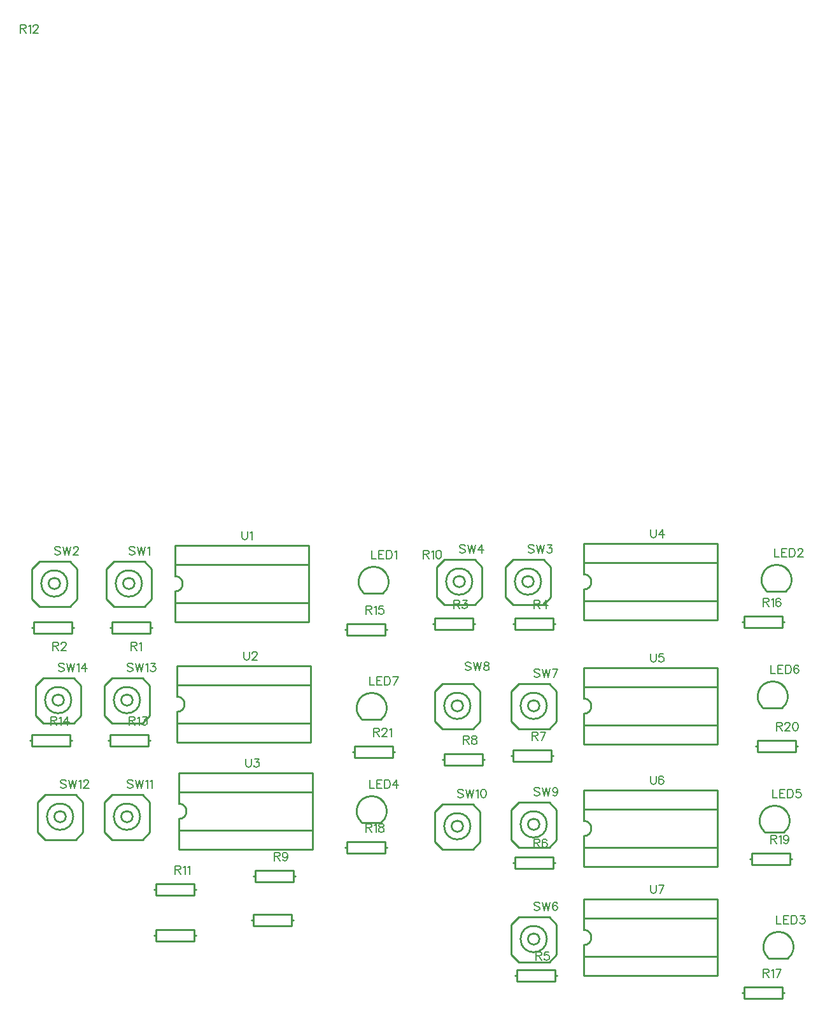
<source format=gto>
G04 ---------------------------- Layer name :TOP SILK LAYER*
G04 EasyEDA v5.8.19, Thu, 25 Oct 2018 10:51:22 GMT*
G04 dbc5b3cf56dc4cad89515a598e4c460e*
G04 Gerber Generator version 0.2*
G04 Scale: 100 percent, Rotated: No, Reflected: No *
G04 Dimensions in millimeters *
G04 leading zeros omitted , absolute positions ,3 integer and 3 decimal *
%FSLAX33Y33*%
%MOMM*%
G90*
G71D02*

%ADD10C,0.254000*%
%ADD17C,0.177800*%

%LPD*%
G54D10*
G01X39370Y71374D02*
G01X21590Y71374D01*
G01X21590Y61214D02*
G01X39370Y61214D01*
G01X39370Y71374D02*
G01X39370Y68834D01*
G01X21590Y71374D02*
G01X21590Y68834D01*
G01X21590Y61214D02*
G01X21590Y63754D01*
G01X21590Y68834D02*
G01X39370Y68834D01*
G01X21590Y68834D02*
G01X21590Y67310D01*
G01X39370Y68834D02*
G01X39370Y63754D01*
G01X21590Y63754D02*
G01X39370Y63754D01*
G01X21590Y63754D02*
G01X21590Y65278D01*
G01X39370Y63754D02*
G01X39370Y61214D01*
G01X39878Y41148D02*
G01X22098Y41148D01*
G01X22098Y30988D02*
G01X39878Y30988D01*
G01X39878Y41148D02*
G01X39878Y38608D01*
G01X22098Y41148D02*
G01X22098Y38608D01*
G01X22098Y30988D02*
G01X22098Y33528D01*
G01X22098Y38608D02*
G01X39878Y38608D01*
G01X22098Y38608D02*
G01X22098Y37084D01*
G01X39878Y38608D02*
G01X39878Y33528D01*
G01X22098Y33528D02*
G01X39878Y33528D01*
G01X22098Y33528D02*
G01X22098Y35052D01*
G01X39878Y33528D02*
G01X39878Y30988D01*
G01X93726Y71628D02*
G01X75946Y71628D01*
G01X75946Y61468D02*
G01X93726Y61468D01*
G01X93726Y71628D02*
G01X93726Y69088D01*
G01X75946Y71628D02*
G01X75946Y69088D01*
G01X75946Y61468D02*
G01X75946Y64008D01*
G01X75946Y69088D02*
G01X93726Y69088D01*
G01X75946Y69088D02*
G01X75946Y67564D01*
G01X93726Y69088D02*
G01X93726Y64008D01*
G01X75946Y64008D02*
G01X93726Y64008D01*
G01X75946Y64008D02*
G01X75946Y65532D01*
G01X93726Y64008D02*
G01X93726Y61468D01*
G01X93726Y55118D02*
G01X75946Y55118D01*
G01X75946Y44958D02*
G01X93726Y44958D01*
G01X93726Y55118D02*
G01X93726Y52578D01*
G01X75946Y55118D02*
G01X75946Y52578D01*
G01X75946Y44958D02*
G01X75946Y47498D01*
G01X75946Y52578D02*
G01X93726Y52578D01*
G01X75946Y52578D02*
G01X75946Y51054D01*
G01X93726Y52578D02*
G01X93726Y47498D01*
G01X75946Y47498D02*
G01X93726Y47498D01*
G01X75946Y47498D02*
G01X75946Y49022D01*
G01X93726Y47498D02*
G01X93726Y44958D01*
G01X93726Y38862D02*
G01X75946Y38862D01*
G01X75946Y28702D02*
G01X93726Y28702D01*
G01X93726Y38862D02*
G01X93726Y36322D01*
G01X75946Y38862D02*
G01X75946Y36322D01*
G01X75946Y28702D02*
G01X75946Y31242D01*
G01X75946Y36322D02*
G01X93726Y36322D01*
G01X75946Y36322D02*
G01X75946Y34798D01*
G01X93726Y36322D02*
G01X93726Y31242D01*
G01X75946Y31242D02*
G01X93726Y31242D01*
G01X75946Y31242D02*
G01X75946Y32766D01*
G01X93726Y31242D02*
G01X93726Y28702D01*
G01X93726Y24384D02*
G01X75946Y24384D01*
G01X75946Y14224D02*
G01X93726Y14224D01*
G01X93726Y24384D02*
G01X93726Y21844D01*
G01X75946Y24384D02*
G01X75946Y21844D01*
G01X75946Y14224D02*
G01X75946Y16764D01*
G01X75946Y21844D02*
G01X93726Y21844D01*
G01X75946Y21844D02*
G01X75946Y20320D01*
G01X93726Y21844D02*
G01X93726Y16764D01*
G01X75946Y16764D02*
G01X93726Y16764D01*
G01X75946Y16764D02*
G01X75946Y18288D01*
G01X93726Y16764D02*
G01X93726Y14224D01*
G01X12494Y68292D02*
G01X13495Y69293D01*
G01X17492Y69293D01*
G01X18493Y68292D01*
G01X18493Y64295D01*
G01X17492Y63294D01*
G01X13495Y63294D01*
G01X12494Y64295D01*
G01X12494Y68292D01*
G01X18288Y59690D02*
G01X13208Y59690D01*
G01X13208Y59690D02*
G01X13208Y60452D01*
G01X13208Y60452D02*
G01X13208Y61214D01*
G01X13208Y61214D02*
G01X18288Y61214D01*
G01X18288Y61214D02*
G01X18288Y60452D01*
G01X18288Y60452D02*
G01X18288Y59690D01*
G01X13208Y60452D02*
G01X12954Y60452D01*
G01X18288Y60452D02*
G01X18542Y60452D01*
G01X2588Y68292D02*
G01X3589Y69293D01*
G01X7586Y69293D01*
G01X8587Y68292D01*
G01X8587Y64295D01*
G01X7586Y63294D01*
G01X3589Y63294D01*
G01X2588Y64295D01*
G01X2588Y68292D01*
G01X7874Y59690D02*
G01X2794Y59690D01*
G01X2794Y59690D02*
G01X2794Y60452D01*
G01X2794Y60452D02*
G01X2794Y61214D01*
G01X2794Y61214D02*
G01X7874Y61214D01*
G01X7874Y61214D02*
G01X7874Y60452D01*
G01X7874Y60452D02*
G01X7874Y59690D01*
G01X2794Y60452D02*
G01X2540Y60452D01*
G01X7874Y60452D02*
G01X8128Y60452D01*
G01X65580Y68546D02*
G01X66581Y69547D01*
G01X70578Y69547D01*
G01X71579Y68546D01*
G01X71579Y64549D01*
G01X70578Y63548D01*
G01X66581Y63548D01*
G01X65580Y64549D01*
G01X65580Y68546D01*
G01X56134Y61722D02*
G01X61214Y61722D01*
G01X61214Y61722D02*
G01X61214Y60960D01*
G01X61214Y60960D02*
G01X61214Y60198D01*
G01X61214Y60198D02*
G01X56134Y60198D01*
G01X56134Y60198D02*
G01X56134Y60960D01*
G01X56134Y60960D02*
G01X56134Y61722D01*
G01X61214Y60960D02*
G01X61468Y60960D01*
G01X56134Y60960D02*
G01X55880Y60960D01*
G01X56436Y68546D02*
G01X57437Y69547D01*
G01X61434Y69547D01*
G01X62435Y68546D01*
G01X62435Y64549D01*
G01X61434Y63548D01*
G01X57437Y63548D01*
G01X56436Y64549D01*
G01X56436Y68546D01*
G01X66802Y61722D02*
G01X71882Y61722D01*
G01X71882Y61722D02*
G01X71882Y60960D01*
G01X71882Y60960D02*
G01X71882Y60198D01*
G01X71882Y60198D02*
G01X66802Y60198D01*
G01X66802Y60198D02*
G01X66802Y60960D01*
G01X66802Y60960D02*
G01X66802Y61722D01*
G01X71882Y60960D02*
G01X72136Y60960D01*
G01X66802Y60960D02*
G01X66548Y60960D01*
G01X67056Y14986D02*
G01X72136Y14986D01*
G01X72136Y14986D02*
G01X72136Y14224D01*
G01X72136Y14224D02*
G01X72136Y13462D01*
G01X72136Y13462D02*
G01X67056Y13462D01*
G01X67056Y13462D02*
G01X67056Y14224D01*
G01X67056Y14224D02*
G01X67056Y14986D01*
G01X72136Y14224D02*
G01X72390Y14224D01*
G01X67056Y14224D02*
G01X66802Y14224D01*
G01X66342Y21048D02*
G01X67343Y22049D01*
G01X71340Y22049D01*
G01X72341Y21048D01*
G01X72341Y17051D01*
G01X71340Y16050D01*
G01X67343Y16050D01*
G01X66342Y17051D01*
G01X66342Y21048D01*
G01X66802Y29972D02*
G01X71882Y29972D01*
G01X71882Y29972D02*
G01X71882Y29210D01*
G01X71882Y29210D02*
G01X71882Y28448D01*
G01X71882Y28448D02*
G01X66802Y28448D01*
G01X66802Y28448D02*
G01X66802Y29210D01*
G01X66802Y29210D02*
G01X66802Y29972D01*
G01X71882Y29210D02*
G01X72136Y29210D01*
G01X66802Y29210D02*
G01X66548Y29210D01*
G01X66342Y52036D02*
G01X67343Y53037D01*
G01X71340Y53037D01*
G01X72341Y52036D01*
G01X72341Y48039D01*
G01X71340Y47038D01*
G01X67343Y47038D01*
G01X66342Y48039D01*
G01X66342Y52036D01*
G01X66548Y44196D02*
G01X71628Y44196D01*
G01X71628Y44196D02*
G01X71628Y43434D01*
G01X71628Y43434D02*
G01X71628Y42672D01*
G01X71628Y42672D02*
G01X66548Y42672D01*
G01X66548Y42672D02*
G01X66548Y43434D01*
G01X66548Y43434D02*
G01X66548Y44196D01*
G01X71628Y43434D02*
G01X71882Y43434D01*
G01X66548Y43434D02*
G01X66294Y43434D01*
G01X56182Y52036D02*
G01X57183Y53037D01*
G01X61180Y53037D01*
G01X62181Y52036D01*
G01X62181Y48039D01*
G01X61180Y47038D01*
G01X57183Y47038D01*
G01X56182Y48039D01*
G01X56182Y52036D01*
G01X57404Y43688D02*
G01X62484Y43688D01*
G01X62484Y43688D02*
G01X62484Y42926D01*
G01X62484Y42926D02*
G01X62484Y42164D01*
G01X62484Y42164D02*
G01X57404Y42164D01*
G01X57404Y42164D02*
G01X57404Y42926D01*
G01X57404Y42926D02*
G01X57404Y43688D01*
G01X62484Y42926D02*
G01X62738Y42926D01*
G01X57404Y42926D02*
G01X57150Y42926D01*
G01X66342Y36288D02*
G01X67343Y37289D01*
G01X71340Y37289D01*
G01X72341Y36288D01*
G01X72341Y32291D01*
G01X71340Y31290D01*
G01X67343Y31290D01*
G01X66342Y32291D01*
G01X66342Y36288D01*
G01X32258Y28194D02*
G01X37338Y28194D01*
G01X37338Y28194D02*
G01X37338Y27432D01*
G01X37338Y27432D02*
G01X37338Y26670D01*
G01X37338Y26670D02*
G01X32258Y26670D01*
G01X32258Y26670D02*
G01X32258Y27432D01*
G01X32258Y27432D02*
G01X32258Y28194D01*
G01X37338Y27432D02*
G01X37592Y27432D01*
G01X32258Y27432D02*
G01X32004Y27432D01*
G01X56182Y36034D02*
G01X57183Y37035D01*
G01X61180Y37035D01*
G01X62181Y36034D01*
G01X62181Y32037D01*
G01X61180Y31036D01*
G01X57183Y31036D01*
G01X56182Y32037D01*
G01X56182Y36034D01*
G01X32004Y22352D02*
G01X37084Y22352D01*
G01X37084Y22352D02*
G01X37084Y21590D01*
G01X37084Y21590D02*
G01X37084Y20828D01*
G01X37084Y20828D02*
G01X32004Y20828D01*
G01X32004Y20828D02*
G01X32004Y21590D01*
G01X32004Y21590D02*
G01X32004Y22352D01*
G01X37084Y21590D02*
G01X37338Y21590D01*
G01X32004Y21590D02*
G01X31750Y21590D01*
G01X12240Y37304D02*
G01X13241Y38305D01*
G01X17238Y38305D01*
G01X18239Y37304D01*
G01X18239Y33307D01*
G01X17238Y32306D01*
G01X13241Y32306D01*
G01X12240Y33307D01*
G01X12240Y37304D01*
G01X19050Y26416D02*
G01X24130Y26416D01*
G01X24130Y26416D02*
G01X24130Y25654D01*
G01X24130Y25654D02*
G01X24130Y24892D01*
G01X24130Y24892D02*
G01X19050Y24892D01*
G01X19050Y24892D02*
G01X19050Y25654D01*
G01X19050Y25654D02*
G01X19050Y26416D01*
G01X24130Y25654D02*
G01X24384Y25654D01*
G01X19050Y25654D02*
G01X18796Y25654D01*
G01X3350Y37304D02*
G01X4351Y38305D01*
G01X8348Y38305D01*
G01X9349Y37304D01*
G01X9349Y33307D01*
G01X8348Y32306D01*
G01X4351Y32306D01*
G01X3350Y33307D01*
G01X3350Y37304D01*
G01X19050Y20320D02*
G01X24130Y20320D01*
G01X24130Y20320D02*
G01X24130Y19558D01*
G01X24130Y19558D02*
G01X24130Y18796D01*
G01X24130Y18796D02*
G01X19050Y18796D01*
G01X19050Y18796D02*
G01X19050Y19558D01*
G01X19050Y19558D02*
G01X19050Y20320D01*
G01X24130Y19558D02*
G01X24384Y19558D01*
G01X19050Y19558D02*
G01X18796Y19558D01*
G01X12240Y52798D02*
G01X13241Y53799D01*
G01X17238Y53799D01*
G01X18239Y52798D01*
G01X18239Y48801D01*
G01X17238Y47800D01*
G01X13241Y47800D01*
G01X12240Y48801D01*
G01X12240Y52798D01*
G01X12954Y46228D02*
G01X18034Y46228D01*
G01X18034Y46228D02*
G01X18034Y45466D01*
G01X18034Y45466D02*
G01X18034Y44704D01*
G01X18034Y44704D02*
G01X12954Y44704D01*
G01X12954Y44704D02*
G01X12954Y45466D01*
G01X12954Y45466D02*
G01X12954Y46228D01*
G01X18034Y45466D02*
G01X18288Y45466D01*
G01X12954Y45466D02*
G01X12700Y45466D01*
G01X3096Y52798D02*
G01X4097Y53799D01*
G01X8094Y53799D01*
G01X9095Y52798D01*
G01X9095Y48801D01*
G01X8094Y47800D01*
G01X4097Y47800D01*
G01X3096Y48801D01*
G01X3096Y52798D01*
G01X2540Y46228D02*
G01X7620Y46228D01*
G01X7620Y46228D02*
G01X7620Y45466D01*
G01X7620Y45466D02*
G01X7620Y44704D01*
G01X7620Y44704D02*
G01X2540Y44704D01*
G01X2540Y44704D02*
G01X2540Y45466D01*
G01X2540Y45466D02*
G01X2540Y46228D01*
G01X7620Y45466D02*
G01X7874Y45466D01*
G01X2540Y45466D02*
G01X2286Y45466D01*
G01X46736Y65024D02*
G01X49283Y65018D01*
G01X44450Y60960D02*
G01X49530Y60960D01*
G01X49530Y60960D02*
G01X49530Y60198D01*
G01X49530Y60198D02*
G01X49530Y59436D01*
G01X49530Y59436D02*
G01X44450Y59436D01*
G01X44450Y59436D02*
G01X44450Y60198D01*
G01X44450Y60198D02*
G01X44450Y60960D01*
G01X49530Y60198D02*
G01X49784Y60198D01*
G01X44450Y60198D02*
G01X44196Y60198D01*
G01X100330Y65278D02*
G01X102877Y65272D01*
G01X97282Y61976D02*
G01X102362Y61976D01*
G01X102362Y61976D02*
G01X102362Y61214D01*
G01X102362Y61214D02*
G01X102362Y60452D01*
G01X102362Y60452D02*
G01X97282Y60452D01*
G01X97282Y60452D02*
G01X97282Y61214D01*
G01X97282Y61214D02*
G01X97282Y61976D01*
G01X102362Y61214D02*
G01X102616Y61214D01*
G01X97282Y61214D02*
G01X97028Y61214D01*
G01X100584Y16510D02*
G01X103131Y16504D01*
G01X97282Y12700D02*
G01X102362Y12700D01*
G01X102362Y12700D02*
G01X102362Y11938D01*
G01X102362Y11938D02*
G01X102362Y11176D01*
G01X102362Y11176D02*
G01X97282Y11176D01*
G01X97282Y11176D02*
G01X97282Y11938D01*
G01X97282Y11938D02*
G01X97282Y12700D01*
G01X102362Y11938D02*
G01X102616Y11938D01*
G01X97282Y11938D02*
G01X97028Y11938D01*
G01X46482Y34544D02*
G01X49029Y34538D01*
G01X44450Y32004D02*
G01X49530Y32004D01*
G01X49530Y32004D02*
G01X49530Y31242D01*
G01X49530Y31242D02*
G01X49530Y30480D01*
G01X49530Y30480D02*
G01X44450Y30480D01*
G01X44450Y30480D02*
G01X44450Y31242D01*
G01X44450Y31242D02*
G01X44450Y32004D01*
G01X49530Y31242D02*
G01X49784Y31242D01*
G01X44450Y31242D02*
G01X44196Y31242D01*
G01X100076Y33274D02*
G01X102623Y33268D01*
G01X98298Y30480D02*
G01X103378Y30480D01*
G01X103378Y30480D02*
G01X103378Y29718D01*
G01X103378Y29718D02*
G01X103378Y28956D01*
G01X103378Y28956D02*
G01X98298Y28956D01*
G01X98298Y28956D02*
G01X98298Y29718D01*
G01X98298Y29718D02*
G01X98298Y30480D01*
G01X103378Y29718D02*
G01X103632Y29718D01*
G01X98298Y29718D02*
G01X98044Y29718D01*
G01X99822Y49784D02*
G01X102369Y49778D01*
G01X99060Y45466D02*
G01X104140Y45466D01*
G01X104140Y45466D02*
G01X104140Y44704D01*
G01X104140Y44704D02*
G01X104140Y43942D01*
G01X104140Y43942D02*
G01X99060Y43942D01*
G01X99060Y43942D02*
G01X99060Y44704D01*
G01X99060Y44704D02*
G01X99060Y45466D01*
G01X104140Y44704D02*
G01X104394Y44704D01*
G01X99060Y44704D02*
G01X98806Y44704D01*
G01X46482Y48260D02*
G01X49029Y48254D01*
G01X45466Y44704D02*
G01X50546Y44704D01*
G01X50546Y44704D02*
G01X50546Y43942D01*
G01X50546Y43942D02*
G01X50546Y43180D01*
G01X50546Y43180D02*
G01X45466Y43180D01*
G01X45466Y43180D02*
G01X45466Y43942D01*
G01X45466Y43942D02*
G01X45466Y44704D01*
G01X50546Y43942D02*
G01X50800Y43942D01*
G01X45466Y43942D02*
G01X45212Y43942D01*
G01X39624Y55372D02*
G01X21844Y55372D01*
G01X21844Y45212D02*
G01X39624Y45212D01*
G01X39624Y55372D02*
G01X39624Y52832D01*
G01X21844Y55372D02*
G01X21844Y52832D01*
G01X21844Y45212D02*
G01X21844Y47752D01*
G01X21844Y52832D02*
G01X39624Y52832D01*
G01X21844Y52832D02*
G01X21844Y51308D01*
G01X39624Y52832D02*
G01X39624Y47752D01*
G01X21844Y47752D02*
G01X39624Y47752D01*
G01X21844Y47752D02*
G01X21844Y49276D01*
G01X39624Y47752D02*
G01X39624Y45212D01*
G54D17*
G01X30480Y73266D02*
G01X30480Y72489D01*
G01X30530Y72331D01*
G01X30634Y72227D01*
G01X30792Y72176D01*
G01X30896Y72176D01*
G01X31051Y72227D01*
G01X31155Y72331D01*
G01X31206Y72489D01*
G01X31206Y73266D01*
G01X31549Y73060D02*
G01X31653Y73111D01*
G01X31810Y73266D01*
G01X31810Y72176D01*
G01X30988Y43040D02*
G01X30988Y42263D01*
G01X31038Y42105D01*
G01X31142Y42001D01*
G01X31300Y41950D01*
G01X31404Y41950D01*
G01X31559Y42001D01*
G01X31663Y42105D01*
G01X31714Y42263D01*
G01X31714Y43040D01*
G01X32161Y43040D02*
G01X32732Y43040D01*
G01X32423Y42626D01*
G01X32578Y42626D01*
G01X32682Y42572D01*
G01X32732Y42522D01*
G01X32786Y42367D01*
G01X32786Y42263D01*
G01X32732Y42105D01*
G01X32628Y42001D01*
G01X32473Y41950D01*
G01X32318Y41950D01*
G01X32161Y42001D01*
G01X32110Y42054D01*
G01X32057Y42158D01*
G01X84836Y73520D02*
G01X84836Y72743D01*
G01X84886Y72585D01*
G01X84990Y72481D01*
G01X85148Y72430D01*
G01X85252Y72430D01*
G01X85407Y72481D01*
G01X85511Y72585D01*
G01X85562Y72743D01*
G01X85562Y73520D01*
G01X86426Y73520D02*
G01X85905Y72793D01*
G01X86685Y72793D01*
G01X86426Y73520D02*
G01X86426Y72430D01*
G01X84836Y57010D02*
G01X84836Y56233D01*
G01X84886Y56075D01*
G01X84990Y55971D01*
G01X85148Y55920D01*
G01X85252Y55920D01*
G01X85407Y55971D01*
G01X85511Y56075D01*
G01X85562Y56233D01*
G01X85562Y57010D01*
G01X86530Y57010D02*
G01X86009Y57010D01*
G01X85958Y56542D01*
G01X86009Y56596D01*
G01X86166Y56647D01*
G01X86321Y56647D01*
G01X86476Y56596D01*
G01X86580Y56492D01*
G01X86634Y56337D01*
G01X86634Y56233D01*
G01X86580Y56075D01*
G01X86476Y55971D01*
G01X86321Y55920D01*
G01X86166Y55920D01*
G01X86009Y55971D01*
G01X85958Y56024D01*
G01X85905Y56128D01*
G01X84836Y40754D02*
G01X84836Y39977D01*
G01X84886Y39819D01*
G01X84990Y39715D01*
G01X85148Y39664D01*
G01X85252Y39664D01*
G01X85407Y39715D01*
G01X85511Y39819D01*
G01X85562Y39977D01*
G01X85562Y40754D01*
G01X86530Y40599D02*
G01X86476Y40703D01*
G01X86321Y40754D01*
G01X86217Y40754D01*
G01X86062Y40703D01*
G01X85958Y40548D01*
G01X85905Y40286D01*
G01X85905Y40027D01*
G01X85958Y39819D01*
G01X86062Y39715D01*
G01X86217Y39664D01*
G01X86271Y39664D01*
G01X86426Y39715D01*
G01X86530Y39819D01*
G01X86580Y39977D01*
G01X86580Y40027D01*
G01X86530Y40182D01*
G01X86426Y40286D01*
G01X86271Y40340D01*
G01X86217Y40340D01*
G01X86062Y40286D01*
G01X85958Y40182D01*
G01X85905Y40027D01*
G01X84836Y26276D02*
G01X84836Y25499D01*
G01X84886Y25341D01*
G01X84990Y25237D01*
G01X85148Y25186D01*
G01X85252Y25186D01*
G01X85407Y25237D01*
G01X85511Y25341D01*
G01X85562Y25499D01*
G01X85562Y26276D01*
G01X86634Y26276D02*
G01X86113Y25186D01*
G01X85905Y26276D02*
G01X86634Y26276D01*
G01X16220Y71079D02*
G01X16116Y71183D01*
G01X15961Y71234D01*
G01X15753Y71234D01*
G01X15598Y71183D01*
G01X15494Y71079D01*
G01X15494Y70975D01*
G01X15544Y70871D01*
G01X15598Y70820D01*
G01X15702Y70766D01*
G01X16014Y70662D01*
G01X16116Y70612D01*
G01X16169Y70561D01*
G01X16220Y70457D01*
G01X16220Y70299D01*
G01X16116Y70195D01*
G01X15961Y70144D01*
G01X15753Y70144D01*
G01X15598Y70195D01*
G01X15494Y70299D01*
G01X16563Y71234D02*
G01X16824Y70144D01*
G01X17084Y71234D02*
G01X16824Y70144D01*
G01X17084Y71234D02*
G01X17343Y70144D01*
G01X17602Y71234D02*
G01X17343Y70144D01*
G01X17945Y71028D02*
G01X18049Y71079D01*
G01X18206Y71234D01*
G01X18206Y70144D01*
G01X15748Y58534D02*
G01X15748Y57444D01*
G01X15748Y58534D02*
G01X16215Y58534D01*
G01X16370Y58483D01*
G01X16423Y58432D01*
G01X16474Y58328D01*
G01X16474Y58224D01*
G01X16423Y58120D01*
G01X16370Y58066D01*
G01X16215Y58016D01*
G01X15748Y58016D01*
G01X16111Y58016D02*
G01X16474Y57444D01*
G01X16817Y58328D02*
G01X16921Y58379D01*
G01X17078Y58534D01*
G01X17078Y57444D01*
G01X6314Y71079D02*
G01X6210Y71183D01*
G01X6055Y71234D01*
G01X5847Y71234D01*
G01X5692Y71183D01*
G01X5588Y71079D01*
G01X5588Y70975D01*
G01X5638Y70871D01*
G01X5692Y70820D01*
G01X5796Y70766D01*
G01X6108Y70662D01*
G01X6210Y70612D01*
G01X6263Y70561D01*
G01X6314Y70457D01*
G01X6314Y70299D01*
G01X6210Y70195D01*
G01X6055Y70144D01*
G01X5847Y70144D01*
G01X5692Y70195D01*
G01X5588Y70299D01*
G01X6657Y71234D02*
G01X6918Y70144D01*
G01X7178Y71234D02*
G01X6918Y70144D01*
G01X7178Y71234D02*
G01X7437Y70144D01*
G01X7696Y71234D02*
G01X7437Y70144D01*
G01X8092Y70975D02*
G01X8092Y71028D01*
G01X8143Y71132D01*
G01X8196Y71183D01*
G01X8300Y71234D01*
G01X8509Y71234D01*
G01X8610Y71183D01*
G01X8663Y71132D01*
G01X8714Y71028D01*
G01X8714Y70924D01*
G01X8663Y70820D01*
G01X8559Y70662D01*
G01X8039Y70144D01*
G01X8768Y70144D01*
G01X5334Y58534D02*
G01X5334Y57444D01*
G01X5334Y58534D02*
G01X5801Y58534D01*
G01X5956Y58483D01*
G01X6009Y58432D01*
G01X6060Y58328D01*
G01X6060Y58224D01*
G01X6009Y58120D01*
G01X5956Y58066D01*
G01X5801Y58016D01*
G01X5334Y58016D01*
G01X5697Y58016D02*
G01X6060Y57444D01*
G01X6456Y58275D02*
G01X6456Y58328D01*
G01X6507Y58432D01*
G01X6560Y58483D01*
G01X6664Y58534D01*
G01X6870Y58534D01*
G01X6974Y58483D01*
G01X7028Y58432D01*
G01X7078Y58328D01*
G01X7078Y58224D01*
G01X7028Y58120D01*
G01X6924Y57962D01*
G01X6403Y57444D01*
G01X7132Y57444D01*
G01X69306Y71333D02*
G01X69202Y71437D01*
G01X69047Y71488D01*
G01X68839Y71488D01*
G01X68684Y71437D01*
G01X68580Y71333D01*
G01X68580Y71229D01*
G01X68630Y71125D01*
G01X68684Y71074D01*
G01X68788Y71020D01*
G01X69100Y70916D01*
G01X69202Y70866D01*
G01X69255Y70815D01*
G01X69306Y70711D01*
G01X69306Y70553D01*
G01X69202Y70449D01*
G01X69047Y70398D01*
G01X68839Y70398D01*
G01X68684Y70449D01*
G01X68580Y70553D01*
G01X69649Y71488D02*
G01X69910Y70398D01*
G01X70170Y71488D02*
G01X69910Y70398D01*
G01X70170Y71488D02*
G01X70429Y70398D01*
G01X70688Y71488D02*
G01X70429Y70398D01*
G01X71135Y71488D02*
G01X71706Y71488D01*
G01X71396Y71074D01*
G01X71551Y71074D01*
G01X71655Y71020D01*
G01X71706Y70970D01*
G01X71760Y70815D01*
G01X71760Y70711D01*
G01X71706Y70553D01*
G01X71602Y70449D01*
G01X71447Y70398D01*
G01X71292Y70398D01*
G01X71135Y70449D01*
G01X71084Y70502D01*
G01X71031Y70606D01*
G01X58674Y64122D02*
G01X58674Y63032D01*
G01X58674Y64122D02*
G01X59141Y64122D01*
G01X59296Y64071D01*
G01X59349Y64020D01*
G01X59400Y63916D01*
G01X59400Y63812D01*
G01X59349Y63708D01*
G01X59296Y63654D01*
G01X59141Y63604D01*
G01X58674Y63604D01*
G01X59037Y63604D02*
G01X59400Y63032D01*
G01X59847Y64122D02*
G01X60418Y64122D01*
G01X60109Y63708D01*
G01X60264Y63708D01*
G01X60368Y63654D01*
G01X60418Y63604D01*
G01X60472Y63449D01*
G01X60472Y63345D01*
G01X60418Y63187D01*
G01X60314Y63083D01*
G01X60159Y63032D01*
G01X60004Y63032D01*
G01X59847Y63083D01*
G01X59796Y63136D01*
G01X59743Y63240D01*
G01X60162Y71333D02*
G01X60058Y71437D01*
G01X59903Y71488D01*
G01X59695Y71488D01*
G01X59540Y71437D01*
G01X59436Y71333D01*
G01X59436Y71229D01*
G01X59486Y71125D01*
G01X59540Y71074D01*
G01X59644Y71020D01*
G01X59956Y70916D01*
G01X60058Y70866D01*
G01X60111Y70815D01*
G01X60162Y70711D01*
G01X60162Y70553D01*
G01X60058Y70449D01*
G01X59903Y70398D01*
G01X59695Y70398D01*
G01X59540Y70449D01*
G01X59436Y70553D01*
G01X60505Y71488D02*
G01X60766Y70398D01*
G01X61026Y71488D02*
G01X60766Y70398D01*
G01X61026Y71488D02*
G01X61285Y70398D01*
G01X61544Y71488D02*
G01X61285Y70398D01*
G01X62407Y71488D02*
G01X61887Y70761D01*
G01X62666Y70761D01*
G01X62407Y71488D02*
G01X62407Y70398D01*
G01X69342Y64122D02*
G01X69342Y63032D01*
G01X69342Y64122D02*
G01X69809Y64122D01*
G01X69964Y64071D01*
G01X70017Y64020D01*
G01X70068Y63916D01*
G01X70068Y63812D01*
G01X70017Y63708D01*
G01X69964Y63654D01*
G01X69809Y63604D01*
G01X69342Y63604D01*
G01X69705Y63604D02*
G01X70068Y63032D01*
G01X70932Y64122D02*
G01X70411Y63395D01*
G01X71191Y63395D01*
G01X70932Y64122D02*
G01X70932Y63032D01*
G01X69596Y17386D02*
G01X69596Y16296D01*
G01X69596Y17386D02*
G01X70063Y17386D01*
G01X70218Y17335D01*
G01X70271Y17284D01*
G01X70322Y17180D01*
G01X70322Y17076D01*
G01X70271Y16972D01*
G01X70218Y16918D01*
G01X70063Y16868D01*
G01X69596Y16868D01*
G01X69959Y16868D02*
G01X70322Y16296D01*
G01X71290Y17386D02*
G01X70769Y17386D01*
G01X70718Y16918D01*
G01X70769Y16972D01*
G01X70926Y17023D01*
G01X71081Y17023D01*
G01X71236Y16972D01*
G01X71340Y16868D01*
G01X71394Y16713D01*
G01X71394Y16609D01*
G01X71340Y16451D01*
G01X71236Y16347D01*
G01X71081Y16296D01*
G01X70926Y16296D01*
G01X70769Y16347D01*
G01X70718Y16400D01*
G01X70665Y16504D01*
G01X70068Y23835D02*
G01X69964Y23939D01*
G01X69809Y23990D01*
G01X69601Y23990D01*
G01X69446Y23939D01*
G01X69342Y23835D01*
G01X69342Y23731D01*
G01X69392Y23627D01*
G01X69446Y23576D01*
G01X69550Y23522D01*
G01X69862Y23418D01*
G01X69964Y23368D01*
G01X70017Y23317D01*
G01X70068Y23213D01*
G01X70068Y23055D01*
G01X69964Y22951D01*
G01X69809Y22900D01*
G01X69601Y22900D01*
G01X69446Y22951D01*
G01X69342Y23055D01*
G01X70411Y23990D02*
G01X70672Y22900D01*
G01X70932Y23990D02*
G01X70672Y22900D01*
G01X70932Y23990D02*
G01X71191Y22900D01*
G01X71450Y23990D02*
G01X71191Y22900D01*
G01X72417Y23835D02*
G01X72364Y23939D01*
G01X72209Y23990D01*
G01X72105Y23990D01*
G01X71950Y23939D01*
G01X71846Y23784D01*
G01X71793Y23522D01*
G01X71793Y23263D01*
G01X71846Y23055D01*
G01X71950Y22951D01*
G01X72105Y22900D01*
G01X72158Y22900D01*
G01X72313Y22951D01*
G01X72417Y23055D01*
G01X72468Y23213D01*
G01X72468Y23263D01*
G01X72417Y23418D01*
G01X72313Y23522D01*
G01X72158Y23576D01*
G01X72105Y23576D01*
G01X71950Y23522D01*
G01X71846Y23418D01*
G01X71793Y23263D01*
G01X69342Y32372D02*
G01X69342Y31282D01*
G01X69342Y32372D02*
G01X69809Y32372D01*
G01X69964Y32321D01*
G01X70017Y32270D01*
G01X70068Y32166D01*
G01X70068Y32062D01*
G01X70017Y31958D01*
G01X69964Y31904D01*
G01X69809Y31854D01*
G01X69342Y31854D01*
G01X69705Y31854D02*
G01X70068Y31282D01*
G01X71036Y32217D02*
G01X70982Y32321D01*
G01X70827Y32372D01*
G01X70723Y32372D01*
G01X70568Y32321D01*
G01X70464Y32166D01*
G01X70411Y31904D01*
G01X70411Y31645D01*
G01X70464Y31437D01*
G01X70568Y31333D01*
G01X70723Y31282D01*
G01X70777Y31282D01*
G01X70932Y31333D01*
G01X71036Y31437D01*
G01X71086Y31595D01*
G01X71086Y31645D01*
G01X71036Y31800D01*
G01X70932Y31904D01*
G01X70777Y31958D01*
G01X70723Y31958D01*
G01X70568Y31904D01*
G01X70464Y31800D01*
G01X70411Y31645D01*
G01X70068Y54823D02*
G01X69964Y54927D01*
G01X69809Y54978D01*
G01X69601Y54978D01*
G01X69446Y54927D01*
G01X69342Y54823D01*
G01X69342Y54719D01*
G01X69392Y54615D01*
G01X69446Y54564D01*
G01X69550Y54510D01*
G01X69862Y54406D01*
G01X69964Y54356D01*
G01X70017Y54305D01*
G01X70068Y54201D01*
G01X70068Y54043D01*
G01X69964Y53939D01*
G01X69809Y53888D01*
G01X69601Y53888D01*
G01X69446Y53939D01*
G01X69342Y54043D01*
G01X70411Y54978D02*
G01X70672Y53888D01*
G01X70932Y54978D02*
G01X70672Y53888D01*
G01X70932Y54978D02*
G01X71191Y53888D01*
G01X71450Y54978D02*
G01X71191Y53888D01*
G01X72522Y54978D02*
G01X72001Y53888D01*
G01X71793Y54978D02*
G01X72522Y54978D01*
G01X69088Y46596D02*
G01X69088Y45506D01*
G01X69088Y46596D02*
G01X69555Y46596D01*
G01X69710Y46545D01*
G01X69763Y46494D01*
G01X69814Y46390D01*
G01X69814Y46286D01*
G01X69763Y46182D01*
G01X69710Y46128D01*
G01X69555Y46078D01*
G01X69088Y46078D01*
G01X69451Y46078D02*
G01X69814Y45506D01*
G01X70886Y46596D02*
G01X70365Y45506D01*
G01X70157Y46596D02*
G01X70886Y46596D01*
G01X60924Y55725D02*
G01X60820Y55829D01*
G01X60665Y55880D01*
G01X60457Y55880D01*
G01X60302Y55829D01*
G01X60198Y55725D01*
G01X60198Y55620D01*
G01X60248Y55516D01*
G01X60302Y55465D01*
G01X60406Y55412D01*
G01X60718Y55308D01*
G01X60820Y55257D01*
G01X60873Y55206D01*
G01X60924Y55102D01*
G01X60924Y54945D01*
G01X60820Y54841D01*
G01X60665Y54790D01*
G01X60457Y54790D01*
G01X60302Y54841D01*
G01X60198Y54945D01*
G01X61267Y55880D02*
G01X61528Y54790D01*
G01X61788Y55880D02*
G01X61528Y54790D01*
G01X61788Y55880D02*
G01X62047Y54790D01*
G01X62306Y55880D02*
G01X62047Y54790D01*
G01X62910Y55880D02*
G01X62753Y55829D01*
G01X62702Y55725D01*
G01X62702Y55620D01*
G01X62753Y55516D01*
G01X62857Y55465D01*
G01X63065Y55412D01*
G01X63220Y55361D01*
G01X63324Y55257D01*
G01X63378Y55153D01*
G01X63378Y54998D01*
G01X63324Y54894D01*
G01X63273Y54841D01*
G01X63119Y54790D01*
G01X62910Y54790D01*
G01X62753Y54841D01*
G01X62702Y54894D01*
G01X62649Y54998D01*
G01X62649Y55153D01*
G01X62702Y55257D01*
G01X62806Y55361D01*
G01X62961Y55412D01*
G01X63169Y55465D01*
G01X63273Y55516D01*
G01X63324Y55620D01*
G01X63324Y55725D01*
G01X63273Y55829D01*
G01X63119Y55880D01*
G01X62910Y55880D01*
G01X59944Y46088D02*
G01X59944Y44998D01*
G01X59944Y46088D02*
G01X60411Y46088D01*
G01X60566Y46037D01*
G01X60619Y45986D01*
G01X60670Y45882D01*
G01X60670Y45778D01*
G01X60619Y45674D01*
G01X60566Y45620D01*
G01X60411Y45570D01*
G01X59944Y45570D01*
G01X60307Y45570D02*
G01X60670Y44998D01*
G01X61274Y46088D02*
G01X61117Y46037D01*
G01X61066Y45933D01*
G01X61066Y45829D01*
G01X61117Y45725D01*
G01X61221Y45674D01*
G01X61429Y45620D01*
G01X61584Y45570D01*
G01X61688Y45466D01*
G01X61742Y45361D01*
G01X61742Y45206D01*
G01X61688Y45102D01*
G01X61638Y45049D01*
G01X61480Y44998D01*
G01X61274Y44998D01*
G01X61117Y45049D01*
G01X61066Y45102D01*
G01X61013Y45206D01*
G01X61013Y45361D01*
G01X61066Y45466D01*
G01X61170Y45570D01*
G01X61325Y45620D01*
G01X61534Y45674D01*
G01X61638Y45725D01*
G01X61688Y45829D01*
G01X61688Y45933D01*
G01X61638Y46037D01*
G01X61480Y46088D01*
G01X61274Y46088D01*
G01X70068Y39075D02*
G01X69964Y39179D01*
G01X69809Y39230D01*
G01X69601Y39230D01*
G01X69446Y39179D01*
G01X69342Y39075D01*
G01X69342Y38971D01*
G01X69392Y38867D01*
G01X69446Y38816D01*
G01X69550Y38762D01*
G01X69862Y38658D01*
G01X69964Y38608D01*
G01X70017Y38557D01*
G01X70068Y38453D01*
G01X70068Y38295D01*
G01X69964Y38191D01*
G01X69809Y38140D01*
G01X69601Y38140D01*
G01X69446Y38191D01*
G01X69342Y38295D01*
G01X70411Y39230D02*
G01X70672Y38140D01*
G01X70932Y39230D02*
G01X70672Y38140D01*
G01X70932Y39230D02*
G01X71191Y38140D01*
G01X71450Y39230D02*
G01X71191Y38140D01*
G01X72468Y38867D02*
G01X72417Y38712D01*
G01X72313Y38608D01*
G01X72158Y38557D01*
G01X72105Y38557D01*
G01X71950Y38608D01*
G01X71846Y38712D01*
G01X71793Y38867D01*
G01X71793Y38920D01*
G01X71846Y39075D01*
G01X71950Y39179D01*
G01X72105Y39230D01*
G01X72158Y39230D01*
G01X72313Y39179D01*
G01X72417Y39075D01*
G01X72468Y38867D01*
G01X72468Y38608D01*
G01X72417Y38348D01*
G01X72313Y38191D01*
G01X72158Y38140D01*
G01X72054Y38140D01*
G01X71897Y38191D01*
G01X71846Y38295D01*
G01X34798Y30594D02*
G01X34798Y29504D01*
G01X34798Y30594D02*
G01X35265Y30594D01*
G01X35420Y30543D01*
G01X35473Y30492D01*
G01X35524Y30388D01*
G01X35524Y30284D01*
G01X35473Y30180D01*
G01X35420Y30126D01*
G01X35265Y30076D01*
G01X34798Y30076D01*
G01X35161Y30076D02*
G01X35524Y29504D01*
G01X36542Y30231D02*
G01X36492Y30076D01*
G01X36388Y29972D01*
G01X36233Y29921D01*
G01X36179Y29921D01*
G01X36024Y29972D01*
G01X35920Y30076D01*
G01X35867Y30231D01*
G01X35867Y30284D01*
G01X35920Y30439D01*
G01X36024Y30543D01*
G01X36179Y30594D01*
G01X36233Y30594D01*
G01X36388Y30543D01*
G01X36492Y30439D01*
G01X36542Y30231D01*
G01X36542Y29972D01*
G01X36492Y29712D01*
G01X36388Y29555D01*
G01X36233Y29504D01*
G01X36128Y29504D01*
G01X35971Y29555D01*
G01X35920Y29659D01*
G01X59908Y38821D02*
G01X59804Y38925D01*
G01X59649Y38976D01*
G01X59441Y38976D01*
G01X59286Y38925D01*
G01X59182Y38821D01*
G01X59182Y38717D01*
G01X59232Y38613D01*
G01X59286Y38562D01*
G01X59390Y38508D01*
G01X59702Y38404D01*
G01X59804Y38354D01*
G01X59857Y38303D01*
G01X59908Y38199D01*
G01X59908Y38041D01*
G01X59804Y37937D01*
G01X59649Y37886D01*
G01X59441Y37886D01*
G01X59286Y37937D01*
G01X59182Y38041D01*
G01X60251Y38976D02*
G01X60512Y37886D01*
G01X60772Y38976D02*
G01X60512Y37886D01*
G01X60772Y38976D02*
G01X61031Y37886D01*
G01X61290Y38976D02*
G01X61031Y37886D01*
G01X61633Y38770D02*
G01X61737Y38821D01*
G01X61894Y38976D01*
G01X61894Y37886D01*
G01X62547Y38976D02*
G01X62392Y38925D01*
G01X62288Y38770D01*
G01X62237Y38508D01*
G01X62237Y38354D01*
G01X62288Y38094D01*
G01X62392Y37937D01*
G01X62547Y37886D01*
G01X62651Y37886D01*
G01X62809Y37937D01*
G01X62913Y38094D01*
G01X62964Y38354D01*
G01X62964Y38508D01*
G01X62913Y38770D01*
G01X62809Y38925D01*
G01X62651Y38976D01*
G01X62547Y38976D01*
G01X54610Y70726D02*
G01X54610Y69636D01*
G01X54610Y70726D02*
G01X55077Y70726D01*
G01X55232Y70675D01*
G01X55285Y70624D01*
G01X55336Y70520D01*
G01X55336Y70416D01*
G01X55285Y70312D01*
G01X55232Y70258D01*
G01X55077Y70208D01*
G01X54610Y70208D01*
G01X54973Y70208D02*
G01X55336Y69636D01*
G01X55679Y70520D02*
G01X55783Y70571D01*
G01X55940Y70726D01*
G01X55940Y69636D01*
G01X56593Y70726D02*
G01X56438Y70675D01*
G01X56334Y70520D01*
G01X56283Y70258D01*
G01X56283Y70104D01*
G01X56334Y69844D01*
G01X56438Y69687D01*
G01X56593Y69636D01*
G01X56697Y69636D01*
G01X56855Y69687D01*
G01X56959Y69844D01*
G01X57010Y70104D01*
G01X57010Y70258D01*
G01X56959Y70520D01*
G01X56855Y70675D01*
G01X56697Y70726D01*
G01X56593Y70726D01*
G01X15966Y40091D02*
G01X15862Y40195D01*
G01X15707Y40246D01*
G01X15499Y40246D01*
G01X15344Y40195D01*
G01X15240Y40091D01*
G01X15240Y39987D01*
G01X15290Y39883D01*
G01X15344Y39832D01*
G01X15448Y39778D01*
G01X15760Y39674D01*
G01X15862Y39624D01*
G01X15915Y39573D01*
G01X15966Y39469D01*
G01X15966Y39311D01*
G01X15862Y39207D01*
G01X15707Y39156D01*
G01X15499Y39156D01*
G01X15344Y39207D01*
G01X15240Y39311D01*
G01X16309Y40246D02*
G01X16570Y39156D01*
G01X16830Y40246D02*
G01X16570Y39156D01*
G01X16830Y40246D02*
G01X17089Y39156D01*
G01X17348Y40246D02*
G01X17089Y39156D01*
G01X17691Y40040D02*
G01X17795Y40091D01*
G01X17952Y40246D01*
G01X17952Y39156D01*
G01X18295Y40040D02*
G01X18399Y40091D01*
G01X18554Y40246D01*
G01X18554Y39156D01*
G01X21590Y28816D02*
G01X21590Y27726D01*
G01X21590Y28816D02*
G01X22057Y28816D01*
G01X22212Y28765D01*
G01X22265Y28714D01*
G01X22316Y28610D01*
G01X22316Y28506D01*
G01X22265Y28402D01*
G01X22212Y28348D01*
G01X22057Y28298D01*
G01X21590Y28298D01*
G01X21953Y28298D02*
G01X22316Y27726D01*
G01X22659Y28610D02*
G01X22763Y28661D01*
G01X22920Y28816D01*
G01X22920Y27726D01*
G01X23263Y28610D02*
G01X23368Y28661D01*
G01X23522Y28816D01*
G01X23522Y27726D01*
G01X7076Y40091D02*
G01X6972Y40195D01*
G01X6817Y40246D01*
G01X6609Y40246D01*
G01X6454Y40195D01*
G01X6350Y40091D01*
G01X6350Y39987D01*
G01X6400Y39883D01*
G01X6454Y39832D01*
G01X6558Y39778D01*
G01X6870Y39674D01*
G01X6972Y39624D01*
G01X7025Y39573D01*
G01X7076Y39469D01*
G01X7076Y39311D01*
G01X6972Y39207D01*
G01X6817Y39156D01*
G01X6609Y39156D01*
G01X6454Y39207D01*
G01X6350Y39311D01*
G01X7419Y40246D02*
G01X7680Y39156D01*
G01X7940Y40246D02*
G01X7680Y39156D01*
G01X7940Y40246D02*
G01X8199Y39156D01*
G01X8458Y40246D02*
G01X8199Y39156D01*
G01X8801Y40040D02*
G01X8905Y40091D01*
G01X9062Y40246D01*
G01X9062Y39156D01*
G01X9456Y39987D02*
G01X9456Y40040D01*
G01X9509Y40144D01*
G01X9560Y40195D01*
G01X9664Y40246D01*
G01X9872Y40246D01*
G01X9977Y40195D01*
G01X10027Y40144D01*
G01X10081Y40040D01*
G01X10081Y39936D01*
G01X10027Y39832D01*
G01X9923Y39674D01*
G01X9405Y39156D01*
G01X10132Y39156D01*
G01X1016Y140576D02*
G01X1016Y139486D01*
G01X1016Y140576D02*
G01X1483Y140576D01*
G01X1638Y140525D01*
G01X1691Y140474D01*
G01X1742Y140370D01*
G01X1742Y140266D01*
G01X1691Y140162D01*
G01X1638Y140108D01*
G01X1483Y140058D01*
G01X1016Y140058D01*
G01X1379Y140058D02*
G01X1742Y139486D01*
G01X2085Y140370D02*
G01X2189Y140421D01*
G01X2346Y140576D01*
G01X2346Y139486D01*
G01X2740Y140317D02*
G01X2740Y140370D01*
G01X2794Y140474D01*
G01X2844Y140525D01*
G01X2948Y140576D01*
G01X3157Y140576D01*
G01X3261Y140525D01*
G01X3312Y140474D01*
G01X3365Y140370D01*
G01X3365Y140266D01*
G01X3312Y140162D01*
G01X3208Y140004D01*
G01X2689Y139486D01*
G01X3416Y139486D01*
G01X15966Y55585D02*
G01X15862Y55689D01*
G01X15707Y55740D01*
G01X15499Y55740D01*
G01X15344Y55689D01*
G01X15240Y55585D01*
G01X15240Y55481D01*
G01X15290Y55377D01*
G01X15344Y55326D01*
G01X15448Y55272D01*
G01X15760Y55168D01*
G01X15862Y55118D01*
G01X15915Y55067D01*
G01X15966Y54963D01*
G01X15966Y54805D01*
G01X15862Y54701D01*
G01X15707Y54650D01*
G01X15499Y54650D01*
G01X15344Y54701D01*
G01X15240Y54805D01*
G01X16309Y55740D02*
G01X16570Y54650D01*
G01X16830Y55740D02*
G01X16570Y54650D01*
G01X16830Y55740D02*
G01X17089Y54650D01*
G01X17348Y55740D02*
G01X17089Y54650D01*
G01X17691Y55534D02*
G01X17795Y55585D01*
G01X17952Y55740D01*
G01X17952Y54650D01*
G01X18399Y55740D02*
G01X18971Y55740D01*
G01X18658Y55326D01*
G01X18813Y55326D01*
G01X18917Y55272D01*
G01X18971Y55222D01*
G01X19022Y55067D01*
G01X19022Y54963D01*
G01X18971Y54805D01*
G01X18867Y54701D01*
G01X18709Y54650D01*
G01X18554Y54650D01*
G01X18399Y54701D01*
G01X18346Y54754D01*
G01X18295Y54858D01*
G01X15494Y48628D02*
G01X15494Y47538D01*
G01X15494Y48628D02*
G01X15961Y48628D01*
G01X16116Y48577D01*
G01X16169Y48526D01*
G01X16220Y48422D01*
G01X16220Y48318D01*
G01X16169Y48214D01*
G01X16116Y48160D01*
G01X15961Y48110D01*
G01X15494Y48110D01*
G01X15857Y48110D02*
G01X16220Y47538D01*
G01X16563Y48422D02*
G01X16667Y48473D01*
G01X16824Y48628D01*
G01X16824Y47538D01*
G01X17272Y48628D02*
G01X17843Y48628D01*
G01X17531Y48214D01*
G01X17686Y48214D01*
G01X17790Y48160D01*
G01X17843Y48110D01*
G01X17894Y47955D01*
G01X17894Y47851D01*
G01X17843Y47693D01*
G01X17739Y47589D01*
G01X17581Y47538D01*
G01X17426Y47538D01*
G01X17272Y47589D01*
G01X17218Y47642D01*
G01X17167Y47746D01*
G01X6822Y55585D02*
G01X6718Y55689D01*
G01X6563Y55740D01*
G01X6355Y55740D01*
G01X6200Y55689D01*
G01X6096Y55585D01*
G01X6096Y55481D01*
G01X6146Y55377D01*
G01X6200Y55326D01*
G01X6304Y55272D01*
G01X6616Y55168D01*
G01X6718Y55118D01*
G01X6771Y55067D01*
G01X6822Y54963D01*
G01X6822Y54805D01*
G01X6718Y54701D01*
G01X6563Y54650D01*
G01X6355Y54650D01*
G01X6200Y54701D01*
G01X6096Y54805D01*
G01X7165Y55740D02*
G01X7426Y54650D01*
G01X7686Y55740D02*
G01X7426Y54650D01*
G01X7686Y55740D02*
G01X7945Y54650D01*
G01X8204Y55740D02*
G01X7945Y54650D01*
G01X8547Y55534D02*
G01X8651Y55585D01*
G01X8808Y55740D01*
G01X8808Y54650D01*
G01X9669Y55740D02*
G01X9151Y55013D01*
G01X9931Y55013D01*
G01X9669Y55740D02*
G01X9669Y54650D01*
G01X5080Y48628D02*
G01X5080Y47538D01*
G01X5080Y48628D02*
G01X5547Y48628D01*
G01X5702Y48577D01*
G01X5755Y48526D01*
G01X5806Y48422D01*
G01X5806Y48318D01*
G01X5755Y48214D01*
G01X5702Y48160D01*
G01X5547Y48110D01*
G01X5080Y48110D01*
G01X5443Y48110D02*
G01X5806Y47538D01*
G01X6149Y48422D02*
G01X6253Y48473D01*
G01X6410Y48628D01*
G01X6410Y47538D01*
G01X7272Y48628D02*
G01X6753Y47901D01*
G01X7531Y47901D01*
G01X7272Y48628D02*
G01X7272Y47538D01*
G01X47752Y70726D02*
G01X47752Y69636D01*
G01X47752Y69636D02*
G01X48374Y69636D01*
G01X48717Y70726D02*
G01X48717Y69636D01*
G01X48717Y70726D02*
G01X49392Y70726D01*
G01X48717Y70208D02*
G01X49133Y70208D01*
G01X48717Y69636D02*
G01X49392Y69636D01*
G01X49735Y70726D02*
G01X49735Y69636D01*
G01X49735Y70726D02*
G01X50101Y70726D01*
G01X50256Y70675D01*
G01X50360Y70571D01*
G01X50411Y70467D01*
G01X50464Y70312D01*
G01X50464Y70053D01*
G01X50411Y69895D01*
G01X50360Y69791D01*
G01X50256Y69687D01*
G01X50101Y69636D01*
G01X49735Y69636D01*
G01X50807Y70520D02*
G01X50911Y70571D01*
G01X51066Y70726D01*
G01X51066Y69636D01*
G01X46990Y63360D02*
G01X46990Y62270D01*
G01X46990Y63360D02*
G01X47457Y63360D01*
G01X47612Y63309D01*
G01X47665Y63258D01*
G01X47716Y63154D01*
G01X47716Y63050D01*
G01X47665Y62946D01*
G01X47612Y62892D01*
G01X47457Y62842D01*
G01X46990Y62842D01*
G01X47353Y62842D02*
G01X47716Y62270D01*
G01X48059Y63154D02*
G01X48163Y63205D01*
G01X48320Y63360D01*
G01X48320Y62270D01*
G01X49286Y63360D02*
G01X48768Y63360D01*
G01X48714Y62892D01*
G01X48768Y62946D01*
G01X48922Y62997D01*
G01X49077Y62997D01*
G01X49235Y62946D01*
G01X49339Y62842D01*
G01X49390Y62687D01*
G01X49390Y62583D01*
G01X49339Y62425D01*
G01X49235Y62321D01*
G01X49077Y62270D01*
G01X48922Y62270D01*
G01X48768Y62321D01*
G01X48714Y62374D01*
G01X48663Y62478D01*
G01X101346Y70980D02*
G01X101346Y69890D01*
G01X101346Y69890D02*
G01X101968Y69890D01*
G01X102311Y70980D02*
G01X102311Y69890D01*
G01X102311Y70980D02*
G01X102986Y70980D01*
G01X102311Y70462D02*
G01X102727Y70462D01*
G01X102311Y69890D02*
G01X102986Y69890D01*
G01X103329Y70980D02*
G01X103329Y69890D01*
G01X103329Y70980D02*
G01X103695Y70980D01*
G01X103850Y70929D01*
G01X103954Y70825D01*
G01X104005Y70721D01*
G01X104058Y70566D01*
G01X104058Y70307D01*
G01X104005Y70149D01*
G01X103954Y70045D01*
G01X103850Y69941D01*
G01X103695Y69890D01*
G01X103329Y69890D01*
G01X104452Y70721D02*
G01X104452Y70774D01*
G01X104505Y70878D01*
G01X104556Y70929D01*
G01X104660Y70980D01*
G01X104868Y70980D01*
G01X104973Y70929D01*
G01X105023Y70878D01*
G01X105077Y70774D01*
G01X105077Y70670D01*
G01X105023Y70566D01*
G01X104919Y70408D01*
G01X104401Y69890D01*
G01X105128Y69890D01*
G01X99822Y64376D02*
G01X99822Y63286D01*
G01X99822Y64376D02*
G01X100289Y64376D01*
G01X100444Y64325D01*
G01X100497Y64274D01*
G01X100548Y64170D01*
G01X100548Y64066D01*
G01X100497Y63962D01*
G01X100444Y63908D01*
G01X100289Y63858D01*
G01X99822Y63858D01*
G01X100185Y63858D02*
G01X100548Y63286D01*
G01X100891Y64170D02*
G01X100995Y64221D01*
G01X101152Y64376D01*
G01X101152Y63286D01*
G01X102118Y64221D02*
G01X102067Y64325D01*
G01X101909Y64376D01*
G01X101805Y64376D01*
G01X101650Y64325D01*
G01X101546Y64170D01*
G01X101495Y63908D01*
G01X101495Y63649D01*
G01X101546Y63441D01*
G01X101650Y63337D01*
G01X101805Y63286D01*
G01X101859Y63286D01*
G01X102014Y63337D01*
G01X102118Y63441D01*
G01X102171Y63599D01*
G01X102171Y63649D01*
G01X102118Y63804D01*
G01X102014Y63908D01*
G01X101859Y63962D01*
G01X101805Y63962D01*
G01X101650Y63908D01*
G01X101546Y63804D01*
G01X101495Y63649D01*
G01X101600Y22212D02*
G01X101600Y21122D01*
G01X101600Y21122D02*
G01X102222Y21122D01*
G01X102565Y22212D02*
G01X102565Y21122D01*
G01X102565Y22212D02*
G01X103240Y22212D01*
G01X102565Y21694D02*
G01X102981Y21694D01*
G01X102565Y21122D02*
G01X103240Y21122D01*
G01X103583Y22212D02*
G01X103583Y21122D01*
G01X103583Y22212D02*
G01X103949Y22212D01*
G01X104104Y22161D01*
G01X104208Y22057D01*
G01X104259Y21953D01*
G01X104312Y21798D01*
G01X104312Y21539D01*
G01X104259Y21381D01*
G01X104208Y21277D01*
G01X104104Y21173D01*
G01X103949Y21122D01*
G01X103583Y21122D01*
G01X104759Y22212D02*
G01X105331Y22212D01*
G01X105018Y21798D01*
G01X105173Y21798D01*
G01X105277Y21744D01*
G01X105331Y21694D01*
G01X105382Y21539D01*
G01X105382Y21435D01*
G01X105331Y21277D01*
G01X105227Y21173D01*
G01X105069Y21122D01*
G01X104914Y21122D01*
G01X104759Y21173D01*
G01X104706Y21226D01*
G01X104655Y21330D01*
G01X99822Y15100D02*
G01X99822Y14010D01*
G01X99822Y15100D02*
G01X100289Y15100D01*
G01X100444Y15049D01*
G01X100497Y14998D01*
G01X100548Y14894D01*
G01X100548Y14790D01*
G01X100497Y14686D01*
G01X100444Y14632D01*
G01X100289Y14582D01*
G01X99822Y14582D01*
G01X100185Y14582D02*
G01X100548Y14010D01*
G01X100891Y14894D02*
G01X100995Y14945D01*
G01X101152Y15100D01*
G01X101152Y14010D01*
G01X102222Y15100D02*
G01X101701Y14010D01*
G01X101495Y15100D02*
G01X102222Y15100D01*
G01X47498Y40246D02*
G01X47498Y39156D01*
G01X47498Y39156D02*
G01X48120Y39156D01*
G01X48463Y40246D02*
G01X48463Y39156D01*
G01X48463Y40246D02*
G01X49138Y40246D01*
G01X48463Y39728D02*
G01X48879Y39728D01*
G01X48463Y39156D02*
G01X49138Y39156D01*
G01X49481Y40246D02*
G01X49481Y39156D01*
G01X49481Y40246D02*
G01X49847Y40246D01*
G01X50002Y40195D01*
G01X50106Y40091D01*
G01X50157Y39987D01*
G01X50210Y39832D01*
G01X50210Y39573D01*
G01X50157Y39415D01*
G01X50106Y39311D01*
G01X50002Y39207D01*
G01X49847Y39156D01*
G01X49481Y39156D01*
G01X51071Y40246D02*
G01X50553Y39519D01*
G01X51333Y39519D01*
G01X51071Y40246D02*
G01X51071Y39156D01*
G01X46990Y34404D02*
G01X46990Y33314D01*
G01X46990Y34404D02*
G01X47457Y34404D01*
G01X47612Y34353D01*
G01X47665Y34302D01*
G01X47716Y34198D01*
G01X47716Y34094D01*
G01X47665Y33990D01*
G01X47612Y33936D01*
G01X47457Y33886D01*
G01X46990Y33886D01*
G01X47353Y33886D02*
G01X47716Y33314D01*
G01X48059Y34198D02*
G01X48163Y34249D01*
G01X48320Y34404D01*
G01X48320Y33314D01*
G01X48922Y34404D02*
G01X48768Y34353D01*
G01X48714Y34249D01*
G01X48714Y34145D01*
G01X48768Y34041D01*
G01X48869Y33990D01*
G01X49077Y33936D01*
G01X49235Y33886D01*
G01X49339Y33782D01*
G01X49390Y33677D01*
G01X49390Y33522D01*
G01X49339Y33418D01*
G01X49286Y33365D01*
G01X49131Y33314D01*
G01X48922Y33314D01*
G01X48768Y33365D01*
G01X48714Y33418D01*
G01X48663Y33522D01*
G01X48663Y33677D01*
G01X48714Y33782D01*
G01X48818Y33886D01*
G01X48973Y33936D01*
G01X49182Y33990D01*
G01X49286Y34041D01*
G01X49339Y34145D01*
G01X49339Y34249D01*
G01X49286Y34353D01*
G01X49131Y34404D01*
G01X48922Y34404D01*
G01X101092Y38976D02*
G01X101092Y37886D01*
G01X101092Y37886D02*
G01X101714Y37886D01*
G01X102057Y38976D02*
G01X102057Y37886D01*
G01X102057Y38976D02*
G01X102732Y38976D01*
G01X102057Y38458D02*
G01X102473Y38458D01*
G01X102057Y37886D02*
G01X102732Y37886D01*
G01X103075Y38976D02*
G01X103075Y37886D01*
G01X103075Y38976D02*
G01X103441Y38976D01*
G01X103596Y38925D01*
G01X103700Y38821D01*
G01X103751Y38717D01*
G01X103804Y38562D01*
G01X103804Y38303D01*
G01X103751Y38145D01*
G01X103700Y38041D01*
G01X103596Y37937D01*
G01X103441Y37886D01*
G01X103075Y37886D01*
G01X104769Y38976D02*
G01X104251Y38976D01*
G01X104198Y38508D01*
G01X104251Y38562D01*
G01X104406Y38613D01*
G01X104561Y38613D01*
G01X104719Y38562D01*
G01X104823Y38458D01*
G01X104874Y38303D01*
G01X104874Y38199D01*
G01X104823Y38041D01*
G01X104719Y37937D01*
G01X104561Y37886D01*
G01X104406Y37886D01*
G01X104251Y37937D01*
G01X104198Y37990D01*
G01X104147Y38094D01*
G01X100838Y32880D02*
G01X100838Y31790D01*
G01X100838Y32880D02*
G01X101305Y32880D01*
G01X101460Y32829D01*
G01X101513Y32778D01*
G01X101564Y32674D01*
G01X101564Y32570D01*
G01X101513Y32466D01*
G01X101460Y32412D01*
G01X101305Y32362D01*
G01X100838Y32362D01*
G01X101201Y32362D02*
G01X101564Y31790D01*
G01X101907Y32674D02*
G01X102011Y32725D01*
G01X102168Y32880D01*
G01X102168Y31790D01*
G01X103187Y32517D02*
G01X103134Y32362D01*
G01X103030Y32258D01*
G01X102875Y32207D01*
G01X102821Y32207D01*
G01X102666Y32258D01*
G01X102562Y32362D01*
G01X102511Y32517D01*
G01X102511Y32570D01*
G01X102562Y32725D01*
G01X102666Y32829D01*
G01X102821Y32880D01*
G01X102875Y32880D01*
G01X103030Y32829D01*
G01X103134Y32725D01*
G01X103187Y32517D01*
G01X103187Y32258D01*
G01X103134Y31998D01*
G01X103030Y31841D01*
G01X102875Y31790D01*
G01X102770Y31790D01*
G01X102616Y31841D01*
G01X102562Y31945D01*
G01X100838Y55486D02*
G01X100838Y54396D01*
G01X100838Y54396D02*
G01X101460Y54396D01*
G01X101803Y55486D02*
G01X101803Y54396D01*
G01X101803Y55486D02*
G01X102478Y55486D01*
G01X101803Y54968D02*
G01X102219Y54968D01*
G01X101803Y54396D02*
G01X102478Y54396D01*
G01X102821Y55486D02*
G01X102821Y54396D01*
G01X102821Y55486D02*
G01X103187Y55486D01*
G01X103342Y55435D01*
G01X103446Y55331D01*
G01X103497Y55227D01*
G01X103550Y55072D01*
G01X103550Y54813D01*
G01X103497Y54655D01*
G01X103446Y54551D01*
G01X103342Y54447D01*
G01X103187Y54396D01*
G01X102821Y54396D01*
G01X104515Y55331D02*
G01X104465Y55435D01*
G01X104307Y55486D01*
G01X104203Y55486D01*
G01X104048Y55435D01*
G01X103944Y55280D01*
G01X103893Y55018D01*
G01X103893Y54759D01*
G01X103944Y54551D01*
G01X104048Y54447D01*
G01X104203Y54396D01*
G01X104256Y54396D01*
G01X104411Y54447D01*
G01X104515Y54551D01*
G01X104569Y54709D01*
G01X104569Y54759D01*
G01X104515Y54914D01*
G01X104411Y55018D01*
G01X104256Y55072D01*
G01X104203Y55072D01*
G01X104048Y55018D01*
G01X103944Y54914D01*
G01X103893Y54759D01*
G01X101600Y47866D02*
G01X101600Y46776D01*
G01X101600Y47866D02*
G01X102067Y47866D01*
G01X102222Y47815D01*
G01X102275Y47764D01*
G01X102326Y47660D01*
G01X102326Y47556D01*
G01X102275Y47452D01*
G01X102222Y47398D01*
G01X102067Y47348D01*
G01X101600Y47348D01*
G01X101963Y47348D02*
G01X102326Y46776D01*
G01X102722Y47607D02*
G01X102722Y47660D01*
G01X102773Y47764D01*
G01X102826Y47815D01*
G01X102930Y47866D01*
G01X103136Y47866D01*
G01X103240Y47815D01*
G01X103294Y47764D01*
G01X103344Y47660D01*
G01X103344Y47556D01*
G01X103294Y47452D01*
G01X103190Y47294D01*
G01X102669Y46776D01*
G01X103398Y46776D01*
G01X104051Y47866D02*
G01X103896Y47815D01*
G01X103792Y47660D01*
G01X103741Y47398D01*
G01X103741Y47244D01*
G01X103792Y46984D01*
G01X103896Y46827D01*
G01X104051Y46776D01*
G01X104155Y46776D01*
G01X104312Y46827D01*
G01X104416Y46984D01*
G01X104467Y47244D01*
G01X104467Y47398D01*
G01X104416Y47660D01*
G01X104312Y47815D01*
G01X104155Y47866D01*
G01X104051Y47866D01*
G01X47498Y53962D02*
G01X47498Y52872D01*
G01X47498Y52872D02*
G01X48120Y52872D01*
G01X48463Y53962D02*
G01X48463Y52872D01*
G01X48463Y53962D02*
G01X49138Y53962D01*
G01X48463Y53444D02*
G01X48879Y53444D01*
G01X48463Y52872D02*
G01X49138Y52872D01*
G01X49481Y53962D02*
G01X49481Y52872D01*
G01X49481Y53962D02*
G01X49847Y53962D01*
G01X50002Y53911D01*
G01X50106Y53807D01*
G01X50157Y53703D01*
G01X50210Y53548D01*
G01X50210Y53289D01*
G01X50157Y53131D01*
G01X50106Y53027D01*
G01X50002Y52923D01*
G01X49847Y52872D01*
G01X49481Y52872D01*
G01X51280Y53962D02*
G01X50761Y52872D01*
G01X50553Y53962D02*
G01X51280Y53962D01*
G01X48006Y47104D02*
G01X48006Y46014D01*
G01X48006Y47104D02*
G01X48473Y47104D01*
G01X48628Y47053D01*
G01X48681Y47002D01*
G01X48732Y46898D01*
G01X48732Y46794D01*
G01X48681Y46690D01*
G01X48628Y46636D01*
G01X48473Y46586D01*
G01X48006Y46586D01*
G01X48369Y46586D02*
G01X48732Y46014D01*
G01X49128Y46845D02*
G01X49128Y46898D01*
G01X49179Y47002D01*
G01X49232Y47053D01*
G01X49336Y47104D01*
G01X49542Y47104D01*
G01X49646Y47053D01*
G01X49700Y47002D01*
G01X49750Y46898D01*
G01X49750Y46794D01*
G01X49700Y46690D01*
G01X49596Y46532D01*
G01X49075Y46014D01*
G01X49804Y46014D01*
G01X50147Y46898D02*
G01X50251Y46949D01*
G01X50406Y47104D01*
G01X50406Y46014D01*
G01X30734Y57264D02*
G01X30734Y56487D01*
G01X30784Y56329D01*
G01X30888Y56225D01*
G01X31046Y56174D01*
G01X31150Y56174D01*
G01X31305Y56225D01*
G01X31409Y56329D01*
G01X31460Y56487D01*
G01X31460Y57264D01*
G01X31856Y57005D02*
G01X31856Y57058D01*
G01X31907Y57162D01*
G01X31960Y57213D01*
G01X32064Y57264D01*
G01X32270Y57264D01*
G01X32374Y57213D01*
G01X32428Y57162D01*
G01X32478Y57058D01*
G01X32478Y56954D01*
G01X32428Y56850D01*
G01X32324Y56692D01*
G01X31803Y56174D01*
G01X32532Y56174D01*
G54D10*
G75*
G01X21590Y67310D02*
G2X21590Y65278I0J-1016D01*
G01*
G75*
G01X22098Y37084D02*
G2X22098Y35052I0J-1016D01*
G01*
G75*
G01X75946Y67564D02*
G2X75946Y65532I0J-1016D01*
G01*
G75*
G01X75946Y51054D02*
G2X75946Y49022I0J-1016D01*
G01*
G75*
G01X75946Y34798D02*
G2X75946Y32766I0J-1016D01*
G01*
G75*
G01X75946Y20320D02*
G2X75946Y18288I0J-1016D01*
G01*
G75*
G01X49271Y65024D02*
G3X46737Y65024I-1267J1547D01*
G01*
G75*
G01X102865Y65278D02*
G3X100331Y65278I-1267J1547D01*
G01*
G75*
G01X103119Y16510D02*
G3X100585Y16510I-1267J1547D01*
G01*
G75*
G01X49017Y34544D02*
G3X46483Y34544I-1267J1547D01*
G01*
G75*
G01X102611Y33274D02*
G3X100077Y33274I-1267J1547D01*
G01*
G75*
G01X102357Y49784D02*
G3X99823Y49784I-1267J1547D01*
G01*
G75*
G01X49017Y48260D02*
G3X46483Y48260I-1267J1547D01*
G01*
G75*
G01X21844Y51308D02*
G2X21844Y49276I0J-1016D01*
G01*
G75*
G01X16198Y66342D02*
G03X16198Y66342I-749J0D01*
G01*
G75*
G01X17198Y66342D02*
G03X17198Y66342I-1750J0D01*
G01*
G75*
G01X6292Y66342D02*
G03X6292Y66342I-749J0D01*
G01*
G75*
G01X7292Y66342D02*
G03X7292Y66342I-1750J0D01*
G01*
G75*
G01X69284Y66596D02*
G03X69284Y66596I-749J0D01*
G01*
G75*
G01X70284Y66596D02*
G03X70284Y66596I-1750J0D01*
G01*
G75*
G01X60140Y66596D02*
G03X60140Y66596I-749J0D01*
G01*
G75*
G01X61140Y66596D02*
G03X61140Y66596I-1750J0D01*
G01*
G75*
G01X70046Y19098D02*
G03X70046Y19098I-749J0D01*
G01*
G75*
G01X71046Y19098D02*
G03X71046Y19098I-1750J0D01*
G01*
G75*
G01X70046Y50086D02*
G03X70046Y50086I-749J0D01*
G01*
G75*
G01X71046Y50086D02*
G03X71046Y50086I-1750J0D01*
G01*
G75*
G01X59886Y50086D02*
G03X59886Y50086I-749J0D01*
G01*
G75*
G01X60886Y50086D02*
G03X60886Y50086I-1750J0D01*
G01*
G75*
G01X70046Y34338D02*
G03X70046Y34338I-749J0D01*
G01*
G75*
G01X71046Y34338D02*
G03X71046Y34338I-1750J0D01*
G01*
G75*
G01X59886Y34084D02*
G03X59886Y34084I-749J0D01*
G01*
G75*
G01X60886Y34084D02*
G03X60886Y34084I-1750J0D01*
G01*
G75*
G01X15944Y35354D02*
G03X15944Y35354I-749J0D01*
G01*
G75*
G01X16944Y35354D02*
G03X16944Y35354I-1750J0D01*
G01*
G75*
G01X7054Y35354D02*
G03X7054Y35354I-749J0D01*
G01*
G75*
G01X8054Y35354D02*
G03X8054Y35354I-1750J0D01*
G01*
G75*
G01X15944Y50848D02*
G03X15944Y50848I-749J0D01*
G01*
G75*
G01X16944Y50848D02*
G03X16944Y50848I-1750J0D01*
G01*
G75*
G01X6800Y50848D02*
G03X6800Y50848I-749J0D01*
G01*
G75*
G01X7800Y50848D02*
G03X7800Y50848I-1750J0D01*
G01*
M00*
M02*

</source>
